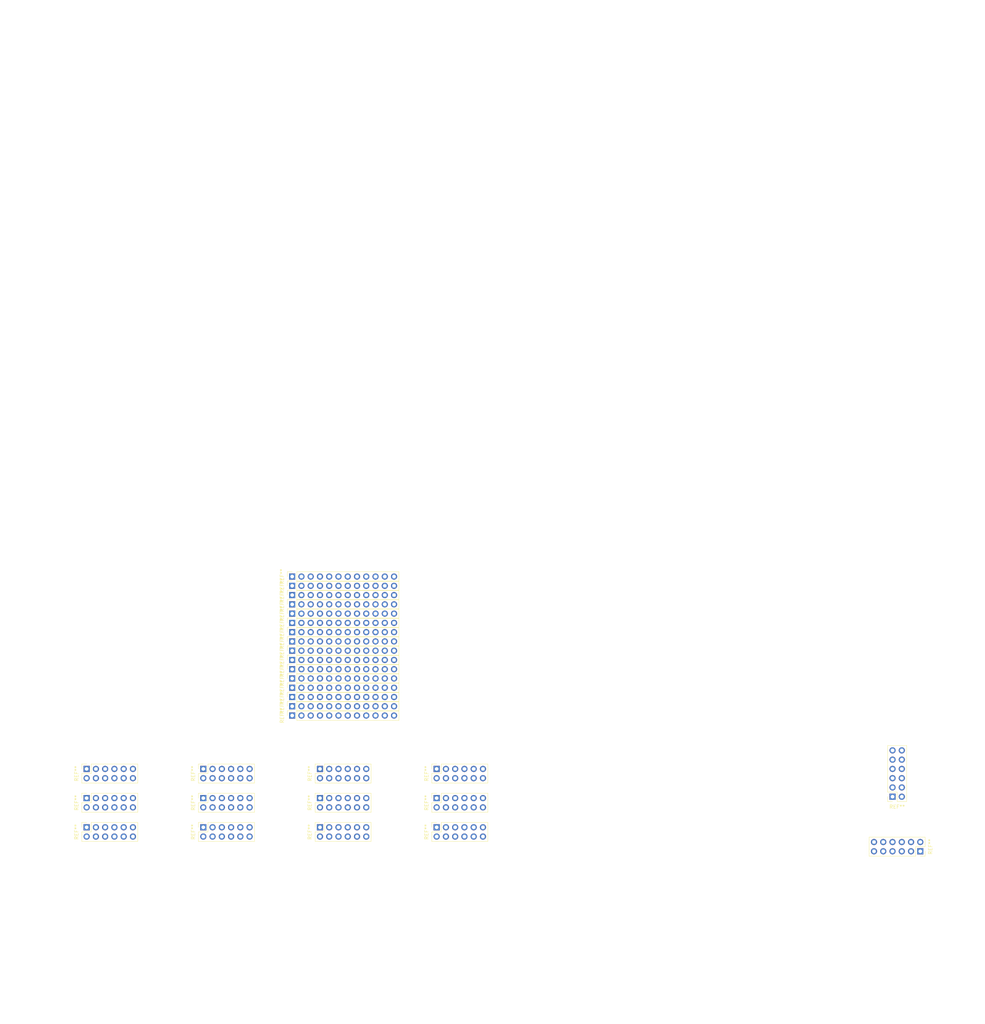
<source format=kicad_pcb>
(kicad_pcb (version 20211014) (generator pcbnew)
  (layers (0 "F.Cu" signal) (31 "B.Cu" signal) (34 "B.Paste" user) (35 "F.Paste" user) (36 "B.SilkS" user "B.Silkscreen") (37 "F.SilkS" user "F.Silkscreen") (38 "B.Mask" user) (39 "F.Mask" user) (44 "Edge.Cuts" user))
  (net 0 "")
  (footprint "Connector_PinSocket_2.54mm:PinSocket_2x06_P2.54mm_Vertical" (layer "F.Cu") (at 97.675 99.71 90)
    (fp_text reference "REF**" (at -1.27 -2.77 90) (layer "F.SilkS"))
    (fp_text value "PinSocket_2x06_P2.54mm_Vertical")
    (pad "1" thru_hole rect (at 0 0 90) (size 1.7 1.7) (drill 1) (layers *.Cu *.Mask))
    (pad "2" thru_hole oval (at -2.54 0 90) (size 1.7 1.7) (drill 1) (layers *.Cu *.Mask))
    (pad "3" thru_hole oval (at 0 2.54 90) (size 1.7 1.7) (drill 1) (layers *.Cu *.Mask))
    (pad "4" thru_hole oval (at -2.54 2.54 90) (size 1.7 1.7) (drill 1) (layers *.Cu *.Mask))
    (pad "5" thru_hole oval (at 0 5.08 90) (size 1.7 1.7) (drill 1) (layers *.Cu *.Mask))
    (pad "6" thru_hole oval (at -2.54 5.08 90) (size 1.7 1.7) (drill 1) (layers *.Cu *.Mask))
    (pad "7" thru_hole oval (at 0 7.62 90) (size 1.7 1.7) (drill 1) (layers *.Cu *.Mask))
    (pad "8" thru_hole oval (at -2.54 7.62 90) (size 1.7 1.7) (drill 1) (layers *.Cu *.Mask))
    (pad "9" thru_hole oval (at 0 10.16 90) (size 1.7 1.7) (drill 1) (layers *.Cu *.Mask))
    (pad "10" thru_hole oval (at -2.54 10.16 90) (size 1.7 1.7) (drill 1) (layers *.Cu *.Mask))
    (pad "11" thru_hole oval (at 0 12.7 90) (size 1.7 1.7) (drill 1) (layers *.Cu *.Mask))
    (pad "12" thru_hole oval (at -2.54 12.7 90) (size 1.7 1.7) (drill 1) (layers *.Cu *.Mask))
  )
  (footprint "Connector_PinSocket_2.54mm:PinSocket_2x06_P2.54mm_Vertical" (layer "F.Cu") (at 33.675 83.71 90)
    (fp_text reference "REF**" (at -1.27 -2.77 90) (layer "F.SilkS"))
    (fp_text value "PinSocket_2x06_P2.54mm_Vertical")
    (pad "1" thru_hole rect (at 0 0 90) (size 1.7 1.7) (drill 1) (layers *.Cu *.Mask))
    (pad "2" thru_hole oval (at -2.54 0 90) (size 1.7 1.7) (drill 1) (layers *.Cu *.Mask))
    (pad "3" thru_hole oval (at 0 2.54 90) (size 1.7 1.7) (drill 1) (layers *.Cu *.Mask))
    (pad "4" thru_hole oval (at -2.54 2.54 90) (size 1.7 1.7) (drill 1) (layers *.Cu *.Mask))
    (pad "5" thru_hole oval (at 0 5.08 90) (size 1.7 1.7) (drill 1) (layers *.Cu *.Mask))
    (pad "6" thru_hole oval (at -2.54 5.08 90) (size 1.7 1.7) (drill 1) (layers *.Cu *.Mask))
    (pad "7" thru_hole oval (at 0 7.62 90) (size 1.7 1.7) (drill 1) (layers *.Cu *.Mask))
    (pad "8" thru_hole oval (at -2.54 7.62 90) (size 1.7 1.7) (drill 1) (layers *.Cu *.Mask))
    (pad "9" thru_hole oval (at 0 10.16 90) (size 1.7 1.7) (drill 1) (layers *.Cu *.Mask))
    (pad "10" thru_hole oval (at -2.54 10.16 90) (size 1.7 1.7) (drill 1) (layers *.Cu *.Mask))
    (pad "11" thru_hole oval (at 0 12.7 90) (size 1.7 1.7) (drill 1) (layers *.Cu *.Mask))
    (pad "12" thru_hole oval (at -2.54 12.7 90) (size 1.7 1.7) (drill 1) (layers *.Cu *.Mask))
  )
  (footprint "Connector_PinSocket_2.54mm:PinSocket_1x12_P2.54mm_Vertical" (layer "F.Cu") (at 90.05 38.595 90)
    (fp_text reference "REF**" (at 0 -2.77 90) (layer "F.SilkS"))
    (fp_text value "PinSocket_1x12_P2.54mm_Vertical")
    (pad "1" thru_hole rect (at 0 0 90) (size 1.7 1.7) (drill 1) (layers *.Cu *.Mask))
    (pad "2" thru_hole oval (at 0 2.54 90) (size 1.7 1.7) (drill 1) (layers *.Cu *.Mask))
    (pad "3" thru_hole oval (at 0 5.08 90) (size 1.7 1.7) (drill 1) (layers *.Cu *.Mask))
    (pad "4" thru_hole oval (at 0 7.62 90) (size 1.7 1.7) (drill 1) (layers *.Cu *.Mask))
    (pad "5" thru_hole oval (at 0 10.16 90) (size 1.7 1.7) (drill 1) (layers *.Cu *.Mask))
    (pad "6" thru_hole oval (at 0 12.7 90) (size 1.7 1.7) (drill 1) (layers *.Cu *.Mask))
    (pad "7" thru_hole oval (at 0 15.24 90) (size 1.7 1.7) (drill 1) (layers *.Cu *.Mask))
    (pad "8" thru_hole oval (at 0 17.78 90) (size 1.7 1.7) (drill 1) (layers *.Cu *.Mask))
    (pad "9" thru_hole oval (at 0 20.32 90) (size 1.7 1.7) (drill 1) (layers *.Cu *.Mask))
    (pad "10" thru_hole oval (at 0 22.86 90) (size 1.7 1.7) (drill 1) (layers *.Cu *.Mask))
    (pad "11" thru_hole oval (at 0 25.4 90) (size 1.7 1.7) (drill 1) (layers *.Cu *.Mask))
    (pad "12" thru_hole oval (at 0 27.94 90) (size 1.7 1.7) (drill 1) (layers *.Cu *.Mask))
  )
  (footprint "Connector_PinSocket_2.54mm:PinSocket_2x06_P2.54mm_Vertical" (layer "F.Cu") (at 97.675 91.71 90)
    (fp_text reference "REF**" (at -1.27 -2.77 90) (layer "F.SilkS"))
    (fp_text value "PinSocket_2x06_P2.54mm_Vertical")
    (pad "1" thru_hole rect (at 0 0 90) (size 1.7 1.7) (drill 1) (layers *.Cu *.Mask))
    (pad "2" thru_hole oval (at -2.54 0 90) (size 1.7 1.7) (drill 1) (layers *.Cu *.Mask))
    (pad "3" thru_hole oval (at 0 2.54 90) (size 1.7 1.7) (drill 1) (layers *.Cu *.Mask))
    (pad "4" thru_hole oval (at -2.54 2.54 90) (size 1.7 1.7) (drill 1) (layers *.Cu *.Mask))
    (pad "5" thru_hole oval (at 0 5.08 90) (size 1.7 1.7) (drill 1) (layers *.Cu *.Mask))
    (pad "6" thru_hole oval (at -2.54 5.08 90) (size 1.7 1.7) (drill 1) (layers *.Cu *.Mask))
    (pad "7" thru_hole oval (at 0 7.62 90) (size 1.7 1.7) (drill 1) (layers *.Cu *.Mask))
    (pad "8" thru_hole oval (at -2.54 7.62 90) (size 1.7 1.7) (drill 1) (layers *.Cu *.Mask))
    (pad "9" thru_hole oval (at 0 10.16 90) (size 1.7 1.7) (drill 1) (layers *.Cu *.Mask))
    (pad "10" thru_hole oval (at -2.54 10.16 90) (size 1.7 1.7) (drill 1) (layers *.Cu *.Mask))
    (pad "11" thru_hole oval (at 0 12.7 90) (size 1.7 1.7) (drill 1) (layers *.Cu *.Mask))
    (pad "12" thru_hole oval (at -2.54 12.7 90) (size 1.7 1.7) (drill 1) (layers *.Cu *.Mask))
  )
  (footprint "Connector_PinSocket_2.54mm:PinSocket_1x12_P2.54mm_Vertical" (layer "F.Cu") (at 90.05 33.515 90)
    (fp_text reference "REF**" (at 0 -2.77 90) (layer "F.SilkS"))
    (fp_text value "PinSocket_1x12_P2.54mm_Vertical")
    (pad "1" thru_hole rect (at 0 0 90) (size 1.7 1.7) (drill 1) (layers *.Cu *.Mask))
    (pad "2" thru_hole oval (at 0 2.54 90) (size 1.7 1.7) (drill 1) (layers *.Cu *.Mask))
    (pad "3" thru_hole oval (at 0 5.08 90) (size 1.7 1.7) (drill 1) (layers *.Cu *.Mask))
    (pad "4" thru_hole oval (at 0 7.62 90) (size 1.7 1.7) (drill 1) (layers *.Cu *.Mask))
    (pad "5" thru_hole oval (at 0 10.16 90) (size 1.7 1.7) (drill 1) (layers *.Cu *.Mask))
    (pad "6" thru_hole oval (at 0 12.7 90) (size 1.7 1.7) (drill 1) (layers *.Cu *.Mask))
    (pad "7" thru_hole oval (at 0 15.24 90) (size 1.7 1.7) (drill 1) (layers *.Cu *.Mask))
    (pad "8" thru_hole oval (at 0 17.78 90) (size 1.7 1.7) (drill 1) (layers *.Cu *.Mask))
    (pad "9" thru_hole oval (at 0 20.32 90) (size 1.7 1.7) (drill 1) (layers *.Cu *.Mask))
    (pad "10" thru_hole oval (at 0 22.86 90) (size 1.7 1.7) (drill 1) (layers *.Cu *.Mask))
    (pad "11" thru_hole oval (at 0 25.4 90) (size 1.7 1.7) (drill 1) (layers *.Cu *.Mask))
    (pad "12" thru_hole oval (at 0 27.94 90) (size 1.7 1.7) (drill 1) (layers *.Cu *.Mask))
  )
  (footprint "Connector_PinSocket_2.54mm:PinSocket_2x06_P2.54mm_Vertical" (layer "F.Cu") (at 65.675 91.71 90)
    (fp_text reference "REF**" (at -1.27 -2.77 90) (layer "F.SilkS"))
    (fp_text value "PinSocket_2x06_P2.54mm_Vertical")
    (pad "1" thru_hole rect (at 0 0 90) (size 1.7 1.7) (drill 1) (layers *.Cu *.Mask))
    (pad "2" thru_hole oval (at -2.54 0 90) (size 1.7 1.7) (drill 1) (layers *.Cu *.Mask))
    (pad "3" thru_hole oval (at 0 2.54 90) (size 1.7 1.7) (drill 1) (layers *.Cu *.Mask))
    (pad "4" thru_hole oval (at -2.54 2.54 90) (size 1.7 1.7) (drill 1) (layers *.Cu *.Mask))
    (pad "5" thru_hole oval (at 0 5.08 90) (size 1.7 1.7) (drill 1) (layers *.Cu *.Mask))
    (pad "6" thru_hole oval (at -2.54 5.08 90) (size 1.7 1.7) (drill 1) (layers *.Cu *.Mask))
    (pad "7" thru_hole oval (at 0 7.62 90) (size 1.7 1.7) (drill 1) (layers *.Cu *.Mask))
    (pad "8" thru_hole oval (at -2.54 7.62 90) (size 1.7 1.7) (drill 1) (layers *.Cu *.Mask))
    (pad "9" thru_hole oval (at 0 10.16 90) (size 1.7 1.7) (drill 1) (layers *.Cu *.Mask))
    (pad "10" thru_hole oval (at -2.54 10.16 90) (size 1.7 1.7) (drill 1) (layers *.Cu *.Mask))
    (pad "11" thru_hole oval (at 0 12.7 90) (size 1.7 1.7) (drill 1) (layers *.Cu *.Mask))
    (pad "12" thru_hole oval (at -2.54 12.7 90) (size 1.7 1.7) (drill 1) (layers *.Cu *.Mask))
  )
  (footprint "Connector_PinSocket_2.54mm:PinSocket_2x06_P2.54mm_Vertical" (layer "F.Cu") (at 254.71 91.325 180)
    (fp_text reference "REF**" (at -1.27 -2.77) (layer "F.SilkS"))
    (fp_text value "PinSocket_2x06_P2.54mm_Vertical")
    (pad "1" thru_hole rect (at 0 0 180) (size 1.7 1.7) (drill 1) (layers *.Cu *.Mask))
    (pad "2" thru_hole oval (at -2.54 0 180) (size 1.7 1.7) (drill 1) (layers *.Cu *.Mask))
    (pad "3" thru_hole oval (at 0 2.54 180) (size 1.7 1.7) (drill 1) (layers *.Cu *.Mask))
    (pad "4" thru_hole oval (at -2.54 2.54 180) (size 1.7 1.7) (drill 1) (layers *.Cu *.Mask))
    (pad "5" thru_hole oval (at 0 5.08 180) (size 1.7 1.7) (drill 1) (layers *.Cu *.Mask))
    (pad "6" thru_hole oval (at -2.54 5.08 180) (size 1.7 1.7) (drill 1) (layers *.Cu *.Mask))
    (pad "7" thru_hole oval (at 0 7.62 180) (size 1.7 1.7) (drill 1) (layers *.Cu *.Mask))
    (pad "8" thru_hole oval (at -2.54 7.62 180) (size 1.7 1.7) (drill 1) (layers *.Cu *.Mask))
    (pad "9" thru_hole oval (at 0 10.16 180) (size 1.7 1.7) (drill 1) (layers *.Cu *.Mask))
    (pad "10" thru_hole oval (at -2.54 10.16 180) (size 1.7 1.7) (drill 1) (layers *.Cu *.Mask))
    (pad "11" thru_hole oval (at 0 12.7 180) (size 1.7 1.7) (drill 1) (layers *.Cu *.Mask))
    (pad "12" thru_hole oval (at -2.54 12.7 180) (size 1.7 1.7) (drill 1) (layers *.Cu *.Mask))
  )
  (footprint "Connector_PinSocket_2.54mm:PinSocket_2x06_P2.54mm_Vertical" (layer "F.Cu") (at 65.675 83.71 90)
    (fp_text reference "REF**" (at -1.27 -2.77 90) (layer "F.SilkS"))
    (fp_text value "PinSocket_2x06_P2.54mm_Vertical")
    (pad "1" thru_hole rect (at 0 0 90) (size 1.7 1.7) (drill 1) (layers *.Cu *.Mask))
    (pad "2" thru_hole oval (at -2.54 0 90) (size 1.7 1.7) (drill 1) (layers *.Cu *.Mask))
    (pad "3" thru_hole oval (at 0 2.54 90) (size 1.7 1.7) (drill 1) (layers *.Cu *.Mask))
    (pad "4" thru_hole oval (at -2.54 2.54 90) (size 1.7 1.7) (drill 1) (layers *.Cu *.Mask))
    (pad "5" thru_hole oval (at 0 5.08 90) (size 1.7 1.7) (drill 1) (layers *.Cu *.Mask))
    (pad "6" thru_hole oval (at -2.54 5.08 90) (size 1.7 1.7) (drill 1) (layers *.Cu *.Mask))
    (pad "7" thru_hole oval (at 0 7.62 90) (size 1.7 1.7) (drill 1) (layers *.Cu *.Mask))
    (pad "8" thru_hole oval (at -2.54 7.62 90) (size 1.7 1.7) (drill 1) (layers *.Cu *.Mask))
    (pad "9" thru_hole oval (at 0 10.16 90) (size 1.7 1.7) (drill 1) (layers *.Cu *.Mask))
    (pad "10" thru_hole oval (at -2.54 10.16 90) (size 1.7 1.7) (drill 1) (layers *.Cu *.Mask))
    (pad "11" thru_hole oval (at 0 12.7 90) (size 1.7 1.7) (drill 1) (layers *.Cu *.Mask))
    (pad "12" thru_hole oval (at -2.54 12.7 90) (size 1.7 1.7) (drill 1) (layers *.Cu *.Mask))
  )
  (footprint "Connector_PinSocket_2.54mm:PinSocket_2x06_P2.54mm_Vertical" (layer "F.Cu") (at 129.675 91.71 90)
    (fp_text reference "REF**" (at -1.27 -2.77 90) (layer "F.SilkS"))
    (fp_text value "PinSocket_2x06_P2.54mm_Vertical")
    (pad "1" thru_hole rect (at 0 0 90) (size 1.7 1.7) (drill 1) (layers *.Cu *.Mask))
    (pad "2" thru_hole oval (at -2.54 0 90) (size 1.7 1.7) (drill 1) (layers *.Cu *.Mask))
    (pad "3" thru_hole oval (at 0 2.54 90) (size 1.7 1.7) (drill 1) (layers *.Cu *.Mask))
    (pad "4" thru_hole oval (at -2.54 2.54 90) (size 1.7 1.7) (drill 1) (layers *.Cu *.Mask))
    (pad "5" thru_hole oval (at 0 5.08 90) (size 1.7 1.7) (drill 1) (layers *.Cu *.Mask))
    (pad "6" thru_hole oval (at -2.54 5.08 90) (size 1.7 1.7) (drill 1) (layers *.Cu *.Mask))
    (pad "7" thru_hole oval (at 0 7.62 90) (size 1.7 1.7) (drill 1) (layers *.Cu *.Mask))
    (pad "8" thru_hole oval (at -2.54 7.62 90) (size 1.7 1.7) (drill 1) (layers *.Cu *.Mask))
    (pad "9" thru_hole oval (at 0 10.16 90) (size 1.7 1.7) (drill 1) (layers *.Cu *.Mask))
    (pad "10" thru_hole oval (at -2.54 10.16 90) (size 1.7 1.7) (drill 1) (layers *.Cu *.Mask))
    (pad "11" thru_hole oval (at 0 12.7 90) (size 1.7 1.7) (drill 1) (layers *.Cu *.Mask))
    (pad "12" thru_hole oval (at -2.54 12.7 90) (size 1.7 1.7) (drill 1) (layers *.Cu *.Mask))
  )
  (footprint "Connector_PinSocket_2.54mm:PinSocket_2x06_P2.54mm_Vertical" (layer "F.Cu") (at 129.675 83.71 90)
    (fp_text reference "REF**" (at -1.27 -2.77 90) (layer "F.SilkS"))
    (fp_text value "PinSocket_2x06_P2.54mm_Vertical")
    (pad "1" thru_hole rect (at 0 0 90) (size 1.7 1.7) (drill 1) (layers *.Cu *.Mask))
    (pad "2" thru_hole oval (at -2.54 0 90) (size 1.7 1.7) (drill 1) (layers *.Cu *.Mask))
    (pad "3" thru_hole oval (at 0 2.54 90) (size 1.7 1.7) (drill 1) (layers *.Cu *.Mask))
    (pad "4" thru_hole oval (at -2.54 2.54 90) (size 1.7 1.7) (drill 1) (layers *.Cu *.Mask))
    (pad "5" thru_hole oval (at 0 5.08 90) (size 1.7 1.7) (drill 1) (layers *.Cu *.Mask))
    (pad "6" thru_hole oval (at -2.54 5.08 90) (size 1.7 1.7) (drill 1) (layers *.Cu *.Mask))
    (pad "7" thru_hole oval (at 0 7.62 90) (size 1.7 1.7) (drill 1) (layers *.Cu *.Mask))
    (pad "8" thru_hole oval (at -2.54 7.62 90) (size 1.7 1.7) (drill 1) (layers *.Cu *.Mask))
    (pad "9" thru_hole oval (at 0 10.16 90) (size 1.7 1.7) (drill 1) (layers *.Cu *.Mask))
    (pad "10" thru_hole oval (at -2.54 10.16 90) (size 1.7 1.7) (drill 1) (layers *.Cu *.Mask))
    (pad "11" thru_hole oval (at 0 12.7 90) (size 1.7 1.7) (drill 1) (layers *.Cu *.Mask))
    (pad "12" thru_hole oval (at -2.54 12.7 90) (size 1.7 1.7) (drill 1) (layers *.Cu *.Mask))
  )
  (footprint "Connector_PinSocket_2.54mm:PinSocket_2x06_P2.54mm_Vertical" (layer "F.Cu") (at 129.675 99.71 90)
    (fp_text reference "REF**" (at -1.27 -2.77 90) (layer "F.SilkS"))
    (fp_text value "PinSocket_2x06_P2.54mm_Vertical")
    (pad "1" thru_hole rect (at 0 0 90) (size 1.7 1.7) (drill 1) (layers *.Cu *.Mask))
    (pad "2" thru_hole oval (at -2.54 0 90) (size 1.7 1.7) (drill 1) (layers *.Cu *.Mask))
    (pad "3" thru_hole oval (at 0 2.54 90) (size 1.7 1.7) (drill 1) (layers *.Cu *.Mask))
    (pad "4" thru_hole oval (at -2.54 2.54 90) (size 1.7 1.7) (drill 1) (layers *.Cu *.Mask))
    (pad "5" thru_hole oval (at 0 5.08 90) (size 1.7 1.7) (drill 1) (layers *.Cu *.Mask))
    (pad "6" thru_hole oval (at -2.54 5.08 90) (size 1.7 1.7) (drill 1) (layers *.Cu *.Mask))
    (pad "7" thru_hole oval (at 0 7.62 90) (size 1.7 1.7) (drill 1) (layers *.Cu *.Mask))
    (pad "8" thru_hole oval (at -2.54 7.62 90) (size 1.7 1.7) (drill 1) (layers *.Cu *.Mask))
    (pad "9" thru_hole oval (at 0 10.16 90) (size 1.7 1.7) (drill 1) (layers *.Cu *.Mask))
    (pad "10" thru_hole oval (at -2.54 10.16 90) (size 1.7 1.7) (drill 1) (layers *.Cu *.Mask))
    (pad "11" thru_hole oval (at 0 12.7 90) (size 1.7 1.7) (drill 1) (layers *.Cu *.Mask))
    (pad "12" thru_hole oval (at -2.54 12.7 90) (size 1.7 1.7) (drill 1) (layers *.Cu *.Mask))
  )
  (footprint "Connector_PinSocket_2.54mm:PinSocket_1x12_P2.54mm_Vertical" (layer "F.Cu") (at 90.05 46.215 90)
    (fp_text reference "REF**" (at 0 -2.77 90) (layer "F.SilkS"))
    (fp_text value "PinSocket_1x12_P2.54mm_Vertical")
    (pad "1" thru_hole rect (at 0 0 90) (size 1.7 1.7) (drill 1) (layers *.Cu *.Mask))
    (pad "2" thru_hole oval (at 0 2.54 90) (size 1.7 1.7) (drill 1) (layers *.Cu *.Mask))
    (pad "3" thru_hole oval (at 0 5.08 90) (size 1.7 1.7) (drill 1) (layers *.Cu *.Mask))
    (pad "4" thru_hole oval (at 0 7.62 90) (size 1.7 1.7) (drill 1) (layers *.Cu *.Mask))
    (pad "5" thru_hole oval (at 0 10.16 90) (size 1.7 1.7) (drill 1) (layers *.Cu *.Mask))
    (pad "6" thru_hole oval (at 0 12.7 90) (size 1.7 1.7) (drill 1) (layers *.Cu *.Mask))
    (pad "7" thru_hole oval (at 0 15.24 90) (size 1.7 1.7) (drill 1) (layers *.Cu *.Mask))
    (pad "8" thru_hole oval (at 0 17.78 90) (size 1.7 1.7) (drill 1) (layers *.Cu *.Mask))
    (pad "9" thru_hole oval (at 0 20.32 90) (size 1.7 1.7) (drill 1) (layers *.Cu *.Mask))
    (pad "10" thru_hole oval (at 0 22.86 90) (size 1.7 1.7) (drill 1) (layers *.Cu *.Mask))
    (pad "11" thru_hole oval (at 0 25.4 90) (size 1.7 1.7) (drill 1) (layers *.Cu *.Mask))
    (pad "12" thru_hole oval (at 0 27.94 90) (size 1.7 1.7) (drill 1) (layers *.Cu *.Mask))
  )
  (footprint "Connector_PinSocket_2.54mm:PinSocket_2x06_P2.54mm_Vertical" (layer "F.Cu") (at 33.675 99.71 90)
    (fp_text reference "REF**" (at -1.27 -2.77 90) (layer "F.SilkS"))
    (fp_text value "PinSocket_2x06_P2.54mm_Vertical")
    (pad "1" thru_hole rect (at 0 0 90) (size 1.7 1.7) (drill 1) (layers *.Cu *.Mask))
    (pad "2" thru_hole oval (at -2.54 0 90) (size 1.7 1.7) (drill 1) (layers *.Cu *.Mask))
    (pad "3" thru_hole oval (at 0 2.54 90) (size 1.7 1.7) (drill 1) (layers *.Cu *.Mask))
    (pad "4" thru_hole oval (at -2.54 2.54 90) (size 1.7 1.7) (drill 1) (layers *.Cu *.Mask))
    (pad "5" thru_hole oval (at 0 5.08 90) (size 1.7 1.7) (drill 1) (layers *.Cu *.Mask))
    (pad "6" thru_hole oval (at -2.54 5.08 90) (size 1.7 1.7) (drill 1) (layers *.Cu *.Mask))
    (pad "7" thru_hole oval (at 0 7.62 90) (size 1.7 1.7) (drill 1) (layers *.Cu *.Mask))
    (pad "8" thru_hole oval (at -2.54 7.62 90) (size 1.7 1.7) (drill 1) (layers *.Cu *.Mask))
    (pad "9" thru_hole oval (at 0 10.16 90) (size 1.7 1.7) (drill 1) (layers *.Cu *.Mask))
    (pad "10" thru_hole oval (at -2.54 10.16 90) (size 1.7 1.7) (drill 1) (layers *.Cu *.Mask))
    (pad "11" thru_hole oval (at 0 12.7 90) (size 1.7 1.7) (drill 1) (layers *.Cu *.Mask))
    (pad "12" thru_hole oval (at -2.54 12.7 90) (size 1.7 1.7) (drill 1) (layers *.Cu *.Mask))
  )
  (footprint "Connector_PinSocket_2.54mm:PinSocket_1x12_P2.54mm_Vertical" (layer "F.Cu") (at 90.05 30.975 90)
    (fp_text reference "REF**" (at 0 -2.77 90) (layer "F.SilkS"))
    (fp_text value "PinSocket_1x12_P2.54mm_Vertical")
    (pad "1" thru_hole rect (at 0 0 90) (size 1.7 1.7) (drill 1) (layers *.Cu *.Mask))
    (pad "2" thru_hole oval (at 0 2.54 90) (size 1.7 1.7) (drill 1) (layers *.Cu *.Mask))
    (pad "3" thru_hole oval (at 0 5.08 90) (size 1.7 1.7) (drill 1) (layers *.Cu *.Mask))
    (pad "4" thru_hole oval (at 0 7.62 90) (size 1.7 1.7) (drill 1) (layers *.Cu *.Mask))
    (pad "5" thru_hole oval (at 0 10.16 90) (size 1.7 1.7) (drill 1) (layers *.Cu *.Mask))
    (pad "6" thru_hole oval (at 0 12.7 90) (size 1.7 1.7) (drill 1) (layers *.Cu *.Mask))
    (pad "7" thru_hole oval (at 0 15.24 90) (size 1.7 1.7) (drill 1) (layers *.Cu *.Mask))
    (pad "8" thru_hole oval (at 0 17.78 90) (size 1.7 1.7) (drill 1) (layers *.Cu *.Mask))
    (pad "9" thru_hole oval (at 0 20.32 90) (size 1.7 1.7) (drill 1) (layers *.Cu *.Mask))
    (pad "10" thru_hole oval (at 0 22.86 90) (size 1.7 1.7) (drill 1) (layers *.Cu *.Mask))
    (pad "11" thru_hole oval (at 0 25.4 90) (size 1.7 1.7) (drill 1) (layers *.Cu *.Mask))
    (pad "12" thru_hole oval (at 0 27.94 90) (size 1.7 1.7) (drill 1) (layers *.Cu *.Mask))
  )
  (footprint "Connector_PinSocket_2.54mm:PinSocket_2x06_P2.54mm_Vertical" (layer "F.Cu") (at 33.675 91.71 90)
    (fp_text reference "REF**" (at -1.27 -2.77 90) (layer "F.SilkS"))
    (fp_text value "PinSocket_2x06_P2.54mm_Vertical")
    (pad "1" thru_hole rect (at 0 0 90) (size 1.7 1.7) (drill 1) (layers *.Cu *.Mask))
    (pad "2" thru_hole oval (at -2.54 0 90) (size 1.7 1.7) (drill 1) (layers *.Cu *.Mask))
    (pad "3" thru_hole oval (at 0 2.54 90) (size 1.7 1.7) (drill 1) (layers *.Cu *.Mask))
    (pad "4" thru_hole oval (at -2.54 2.54 90) (size 1.7 1.7) (drill 1) (layers *.Cu *.Mask))
    (pad "5" thru_hole oval (at 0 5.08 90) (size 1.7 1.7) (drill 1) (layers *.Cu *.Mask))
    (pad "6" thru_hole oval (at -2.54 5.08 90) (size 1.7 1.7) (drill 1) (layers *.Cu *.Mask))
    (pad "7" thru_hole oval (at 0 7.62 90) (size 1.7 1.7) (drill 1) (layers *.Cu *.Mask))
    (pad "8" thru_hole oval (at -2.54 7.62 90) (size 1.7 1.7) (drill 1) (layers *.Cu *.Mask))
    (pad "9" thru_hole oval (at 0 10.16 90) (size 1.7 1.7) (drill 1) (layers *.Cu *.Mask))
    (pad "10" thru_hole oval (at -2.54 10.16 90) (size 1.7 1.7) (drill 1) (layers *.Cu *.Mask))
    (pad "11" thru_hole oval (at 0 12.7 90) (size 1.7 1.7) (drill 1) (layers *.Cu *.Mask))
    (pad "12" thru_hole oval (at -2.54 12.7 90) (size 1.7 1.7) (drill 1) (layers *.Cu *.Mask))
  )
  (footprint "Connector_PinSocket_2.54mm:PinSocket_1x12_P2.54mm_Vertical" (layer "F.Cu") (at 90.05 56.375 90)
    (fp_text reference "REF**" (at 0 -2.77 90) (layer "F.SilkS"))
    (fp_text value "PinSocket_1x12_P2.54mm_Vertical")
    (pad "1" thru_hole rect (at 0 0 90) (size 1.7 1.7) (drill 1) (layers *.Cu *.Mask))
    (pad "2" thru_hole oval (at 0 2.54 90) (size 1.7 1.7) (drill 1) (layers *.Cu *.Mask))
    (pad "3" thru_hole oval (at 0 5.08 90) (size 1.7 1.7) (drill 1) (layers *.Cu *.Mask))
    (pad "4" thru_hole oval (at 0 7.62 90) (size 1.7 1.7) (drill 1) (layers *.Cu *.Mask))
    (pad "5" thru_hole oval (at 0 10.16 90) (size 1.7 1.7) (drill 1) (layers *.Cu *.Mask))
    (pad "6" thru_hole oval (at 0 12.7 90) (size 1.7 1.7) (drill 1) (layers *.Cu *.Mask))
    (pad "7" thru_hole oval (at 0 15.24 90) (size 1.7 1.7) (drill 1) (layers *.Cu *.Mask))
    (pad "8" thru_hole oval (at 0 17.78 90) (size 1.7 1.7) (drill 1) (layers *.Cu *.Mask))
    (pad "9" thru_hole oval (at 0 20.32 90) (size 1.7 1.7) (drill 1) (layers *.Cu *.Mask))
    (pad "10" thru_hole oval (at 0 22.86 90) (size 1.7 1.7) (drill 1) (layers *.Cu *.Mask))
    (pad "11" thru_hole oval (at 0 25.4 90) (size 1.7 1.7) (drill 1) (layers *.Cu *.Mask))
    (pad "12" thru_hole oval (at 0 27.94 90) (size 1.7 1.7) (drill 1) (layers *.Cu *.Mask))
  )
  (footprint "Connector_PinSocket_2.54mm:PinSocket_1x12_P2.54mm_Vertical" (layer "F.Cu") (at 90.05 51.295 90)
    (fp_text reference "REF**" (at 0 -2.77 90) (layer "F.SilkS"))
    (fp_text value "PinSocket_1x12_P2.54mm_Vertical")
    (pad "1" thru_hole rect (at 0 0 90) (size 1.7 1.7) (drill 1) (layers *.Cu *.Mask))
    (pad "2" thru_hole oval (at 0 2.54 90) (size 1.7 1.7) (drill 1) (layers *.Cu *.Mask))
    (pad "3" thru_hole oval (at 0 5.08 90) (size 1.7 1.7) (drill 1) (layers *.Cu *.Mask))
    (pad "4" thru_hole oval (at 0 7.62 90) (size 1.7 1.7) (drill 1) (layers *.Cu *.Mask))
    (pad "5" thru_hole oval (at 0 10.16 90) (size 1.7 1.7) (drill 1) (layers *.Cu *.Mask))
    (pad "6" thru_hole oval (at 0 12.7 90) (size 1.7 1.7) (drill 1) (layers *.Cu *.Mask))
    (pad "7" thru_hole oval (at 0 15.24 90) (size 1.7 1.7) (drill 1) (layers *.Cu *.Mask))
    (pad "8" thru_hole oval (at 0 17.78 90) (size 1.7 1.7) (drill 1) (layers *.Cu *.Mask))
    (pad "9" thru_hole oval (at 0 20.32 90) (size 1.7 1.7) (drill 1) (layers *.Cu *.Mask))
    (pad "10" thru_hole oval (at 0 22.86 90) (size 1.7 1.7) (drill 1) (layers *.Cu *.Mask))
    (pad "11" thru_hole oval (at 0 25.4 90) (size 1.7 1.7) (drill 1) (layers *.Cu *.Mask))
    (pad "12" thru_hole oval (at 0 27.94 90) (size 1.7 1.7) (drill 1) (layers *.Cu *.Mask))
  )
  (footprint "Connector_PinSocket_2.54mm:PinSocket_1x12_P2.54mm_Vertical" (layer "F.Cu") (at 90.05 58.915 90)
    (fp_text reference "REF**" (at 0 -2.77 90) (layer "F.SilkS"))
    (fp_text value "PinSocket_1x12_P2.54mm_Vertical")
    (pad "1" thru_hole rect (at 0 0 90) (size 1.7 1.7) (drill 1) (layers *.Cu *.Mask))
    (pad "2" thru_hole oval (at 0 2.54 90) (size 1.7 1.7) (drill 1) (layers *.Cu *.Mask))
    (pad "3" thru_hole oval (at 0 5.08 90) (size 1.7 1.7) (drill 1) (layers *.Cu *.Mask))
    (pad "4" thru_hole oval (at 0 7.62 90) (size 1.7 1.7) (drill 1) (layers *.Cu *.Mask))
    (pad "5" thru_hole oval (at 0 10.16 90) (size 1.7 1.7) (drill 1) (layers *.Cu *.Mask))
    (pad "6" thru_hole oval (at 0 12.7 90) (size 1.7 1.7) (drill 1) (layers *.Cu *.Mask))
    (pad "7" thru_hole oval (at 0 15.24 90) (size 1.7 1.7) (drill 1) (layers *.Cu *.Mask))
    (pad "8" thru_hole oval (at 0 17.78 90) (size 1.7 1.7) (drill 1) (layers *.Cu *.Mask))
    (pad "9" thru_hole oval (at 0 20.32 90) (size 1.7 1.7) (drill 1) (layers *.Cu *.Mask))
    (pad "10" thru_hole oval (at 0 22.86 90) (size 1.7 1.7) (drill 1) (layers *.Cu *.Mask))
    (pad "11" thru_hole oval (at 0 25.4 90) (size 1.7 1.7) (drill 1) (layers *.Cu *.Mask))
    (pad "12" thru_hole oval (at 0 27.94 90) (size 1.7 1.7) (drill 1) (layers *.Cu *.Mask))
  )
  (footprint "Connector_PinSocket_2.54mm:PinSocket_1x12_P2.54mm_Vertical" (layer "F.Cu") (at 90.05 61.455 90)
    (fp_text reference "REF**" (at 0 -2.77 90) (layer "F.SilkS"))
    (fp_text value "PinSocket_1x12_P2.54mm_Vertical")
    (pad "1" thru_hole rect (at 0 0 90) (size 1.7 1.7) (drill 1) (layers *.Cu *.Mask))
    (pad "2" thru_hole oval (at 0 2.54 90) (size 1.7 1.7) (drill 1) (layers *.Cu *.Mask))
    (pad "3" thru_hole oval (at 0 5.08 90) (size 1.7 1.7) (drill 1) (layers *.Cu *.Mask))
    (pad "4" thru_hole oval (at 0 7.62 90) (size 1.7 1.7) (drill 1) (layers *.Cu *.Mask))
    (pad "5" thru_hole oval (at 0 10.16 90) (size 1.7 1.7) (drill 1) (layers *.Cu *.Mask))
    (pad "6" thru_hole oval (at 0 12.7 90) (size 1.7 1.7) (drill 1) (layers *.Cu *.Mask))
    (pad "7" thru_hole oval (at 0 15.24 90) (size 1.7 1.7) (drill 1) (layers *.Cu *.Mask))
    (pad "8" thru_hole oval (at 0 17.78 90) (size 1.7 1.7) (drill 1) (layers *.Cu *.Mask))
    (pad "9" thru_hole oval (at 0 20.32 90) (size 1.7 1.7) (drill 1) (layers *.Cu *.Mask))
    (pad "10" thru_hole oval (at 0 22.86 90) (size 1.7 1.7) (drill 1) (layers *.Cu *.Mask))
    (pad "11" thru_hole oval (at 0 25.4 90) (size 1.7 1.7) (drill 1) (layers *.Cu *.Mask))
    (pad "12" thru_hole oval (at 0 27.94 90) (size 1.7 1.7) (drill 1) (layers *.Cu *.Mask))
  )
  (footprint "Connector_PinSocket_2.54mm:PinSocket_1x12_P2.54mm_Vertical" (layer "F.Cu") (at 90.05 36.055 90)
    (fp_text reference "REF**" (at 0 -2.77 90) (layer "F.SilkS"))
    (fp_text value "PinSocket_1x12_P2.54mm_Vertical")
    (pad "1" thru_hole rect (at 0 0 90) (size 1.7 1.7) (drill 1) (layers *.Cu *.Mask))
    (pad "2" thru_hole oval (at 0 2.54 90) (size 1.7 1.7) (drill 1) (layers *.Cu *.Mask))
    (pad "3" thru_hole oval (at 0 5.08 90) (size 1.7 1.7) (drill 1) (layers *.Cu *.Mask))
    (pad "4" thru_hole oval (at 0 7.62 90) (size 1.7 1.7) (drill 1) (layers *.Cu *.Mask))
    (pad "5" thru_hole oval (at 0 10.16 90) (size 1.7 1.7) (drill 1) (layers *.Cu *.Mask))
    (pad "6" thru_hole oval (at 0 12.7 90) (size 1.7 1.7) (drill 1) (layers *.Cu *.Mask))
    (pad "7" thru_hole oval (at 0 15.24 90) (size 1.7 1.7) (drill 1) (layers *.Cu *.Mask))
    (pad "8" thru_hole oval (at 0 17.78 90) (size 1.7 1.7) (drill 1) (layers *.Cu *.Mask))
    (pad "9" thru_hole oval (at 0 20.32 90) (size 1.7 1.7) (drill 1) (layers *.Cu *.Mask))
    (pad "10" thru_hole oval (at 0 22.86 90) (size 1.7 1.7) (drill 1) (layers *.Cu *.Mask))
    (pad "11" thru_hole oval (at 0 25.4 90) (size 1.7 1.7) (drill 1) (layers *.Cu *.Mask))
    (pad "12" thru_hole oval (at 0 27.94 90) (size 1.7 1.7) (drill 1) (layers *.Cu *.Mask))
  )
  (footprint "Connector_PinSocket_2.54mm:PinSocket_2x06_P2.54mm_Vertical" (layer "F.Cu") (at 65.675 99.71 90)
    (fp_text reference "REF**" (at -1.27 -2.77 90) (layer "F.SilkS"))
    (fp_text value "PinSocket_2x06_P2.54mm_Vertical")
    (pad "1" thru_hole rect (at 0 0 90) (size 1.7 1.7) (drill 1) (layers *.Cu *.Mask))
    (pad "2" thru_hole oval (at -2.54 0 90) (size 1.7 1.7) (drill 1) (layers *.Cu *.Mask))
    (pad "3" thru_hole oval (at 0 2.54 90) (size 1.7 1.7) (drill 1) (layers *.Cu *.Mask))
    (pad "4" thru_hole oval (at -2.54 2.54 90) (size 1.7 1.7) (drill 1) (layers *.Cu *.Mask))
    (pad "5" thru_hole oval (at 0 5.08 90) (size 1.7 1.7) (drill 1) (layers *.Cu *.Mask))
    (pad "6" thru_hole oval (at -2.54 5.08 90) (size 1.7 1.7) (drill 1) (layers *.Cu *.Mask))
    (pad "7" thru_hole oval (at 0 7.62 90) (size 1.7 1.7) (drill 1) (layers *.Cu *.Mask))
    (pad "8" thru_hole oval (at -2.54 7.62 90) (size 1.7 1.7) (drill 1) (layers *.Cu *.Mask))
    (pad "9" thru_hole oval (at 0 10.16 90) (size 1.7 1.7) (drill 1) (layers *.Cu *.Mask))
    (pad "10" thru_hole oval (at -2.54 10.16 90) (size 1.7 1.7) (drill 1) (layers *.Cu *.Mask))
    (pad "11" thru_hole oval (at 0 12.7 90) (size 1.7 1.7) (drill 1) (layers *.Cu *.Mask))
    (pad "12" thru_hole oval (at -2.54 12.7 90) (size 1.7 1.7) (drill 1) (layers *.Cu *.Mask))
  )
  (footprint "Connector_PinSocket_2.54mm:PinSocket_1x12_P2.54mm_Vertical" (layer "F.Cu") (at 90.05 63.995 90)
    (fp_text reference "REF**" (at 0 -2.77 90) (layer "F.SilkS"))
    (fp_text value "PinSocket_1x12_P2.54mm_Vertical")
    (pad "1" thru_hole rect (at 0 0 90) (size 1.7 1.7) (drill 1) (layers *.Cu *.Mask))
    (pad "2" thru_hole oval (at 0 2.54 90) (size 1.7 1.7) (drill 1) (layers *.Cu *.Mask))
    (pad "3" thru_hole oval (at 0 5.08 90) (size 1.7 1.7) (drill 1) (layers *.Cu *.Mask))
    (pad "4" thru_hole oval (at 0 7.62 90) (size 1.7 1.7) (drill 1) (layers *.Cu *.Mask))
    (pad "5" thru_hole oval (at 0 10.16 90) (size 1.7 1.7) (drill 1) (layers *.Cu *.Mask))
    (pad "6" thru_hole oval (at 0 12.7 90) (size 1.7 1.7) (drill 1) (layers *.Cu *.Mask))
    (pad "7" thru_hole oval (at 0 15.24 90) (size 1.7 1.7) (drill 1) (layers *.Cu *.Mask))
    (pad "8" thru_hole oval (at 0 17.78 90) (size 1.7 1.7) (drill 1) (layers *.Cu *.Mask))
    (pad "9" thru_hole oval (at 0 20.32 90) (size 1.7 1.7) (drill 1) (layers *.Cu *.Mask))
    (pad "10" thru_hole oval (at 0 22.86 90) (size 1.7 1.7) (drill 1) (layers *.Cu *.Mask))
    (pad "11" thru_hole oval (at 0 25.4 90) (size 1.7 1.7) (drill 1) (layers *.Cu *.Mask))
    (pad "12" thru_hole oval (at 0 27.94 90) (size 1.7 1.7) (drill 1) (layers *.Cu *.Mask))
  )
  (footprint "Connector_PinSocket_2.54mm:PinSocket_1x12_P2.54mm_Vertical" (layer "F.Cu") (at 90.05 53.835 90)
    (fp_text reference "REF**" (at 0 -2.77 90) (layer "F.SilkS"))
    (fp_text value "PinSocket_1x12_P2.54mm_Vertical")
    (pad "1" thru_hole rect (at 0 0 90) (size 1.7 1.7) (drill 1) (layers *.Cu *.Mask))
    (pad "2" thru_hole oval (at 0 2.54 90) (size 1.7 1.7) (drill 1) (layers *.Cu *.Mask))
    (pad "3" thru_hole oval (at 0 5.08 90) (size 1.7 1.7) (drill 1) (layers *.Cu *.Mask))
    (pad "4" thru_hole oval (at 0 7.62 90) (size 1.7 1.7) (drill 1) (layers *.Cu *.Mask))
    (pad "5" thru_hole oval (at 0 10.16 90) (size 1.7 1.7) (drill 1) (layers *.Cu *.Mask))
    (pad "6" thru_hole oval (at 0 12.7 90) (size 1.7 1.7) (drill 1) (layers *.Cu *.Mask))
    (pad "7" thru_hole oval (at 0 15.24 90) (size 1.7 1.7) (drill 1) (layers *.Cu *.Mask))
    (pad "8" thru_hole oval (at 0 17.78 90) (size 1.7 1.7) (drill 1) (layers *.Cu *.Mask))
    (pad "9" thru_hole oval (at 0 20.32 90) (size 1.7 1.7) (drill 1) (layers *.Cu *.Mask))
    (pad "10" thru_hole oval (at 0 22.86 90) (size 1.7 1.7) (drill 1) (layers *.Cu *.Mask))
    (pad "11" thru_hole oval (at 0 25.4 90) (size 1.7 1.7) (drill 1) (layers *.Cu *.Mask))
    (pad "12" thru_hole oval (at 0 27.94 90) (size 1.7 1.7) (drill 1) (layers *.Cu *.Mask))
  )
  (footprint "Connector_PinSocket_2.54mm:PinSocket_1x12_P2.54mm_Vertical" (layer "F.Cu") (at 90.05 48.755 90)
    (fp_text reference "REF**" (at 0 -2.77 90) (layer "F.SilkS"))
    (fp_text value "PinSocket_1x12_P2.54mm_Vertical")
    (pad "1" thru_hole rect (at 0 0 90) (size 1.7 1.7) (drill 1) (layers *.Cu *.Mask))
    (pad "2" thru_hole oval (at 0 2.54 90) (size 1.7 1.7) (drill 1) (layers *.Cu *.Mask))
    (pad "3" thru_hole oval (at 0 5.08 90) (size 1.7 1.7) (drill 1) (layers *.Cu *.Mask))
    (pad "4" thru_hole oval (at 0 7.62 90) (size 1.7 1.7) (drill 1) (layers *.Cu *.Mask))
    (pad "5" thru_hole oval (at 0 10.16 90) (size 1.7 1.7) (drill 1) (layers *.Cu *.Mask))
    (pad "6" thru_hole oval (at 0 12.7 90) (size 1.7 1.7) (drill 1) (layers *.Cu *.Mask))
    (pad "7" thru_hole oval (at 0 15.24 90) (size 1.7 1.7) (drill 1) (layers *.Cu *.Mask))
    (pad "8" thru_hole oval (at 0 17.78 90) (size 1.7 1.7) (drill 1) (layers *.Cu *.Mask))
    (pad "9" thru_hole oval (at 0 20.32 90) (size 1.7 1.7) (drill 1) (layers *.Cu *.Mask))
    (pad "10" thru_hole oval (at 0 22.86 90) (size 1.7 1.7) (drill 1) (layers *.Cu *.Mask))
    (pad "11" thru_hole oval (at 0 25.4 90) (size 1.7 1.7) (drill 1) (layers *.Cu *.Mask))
    (pad "12" thru_hole oval (at 0 27.94 90) (size 1.7 1.7) (drill 1) (layers *.Cu *.Mask))
  )
  (footprint "Connector_PinSocket_2.54mm:PinSocket_1x12_P2.54mm_Vertical" (layer "F.Cu") (at 90.05 43.675 90)
    (fp_text reference "REF**" (at 0 -2.77 90) (layer "F.SilkS"))
    (fp_text value "PinSocket_1x12_P2.54mm_Vertical")
    (pad "1" thru_hole rect (at 0 0 90) (size 1.7 1.7) (drill 1) (layers *.Cu *.Mask))
    (pad "2" thru_hole oval (at 0 2.54 90) (size 1.7 1.7) (drill 1) (layers *.Cu *.Mask))
    (pad "3" thru_hole oval (at 0 5.08 90) (size 1.7 1.7) (drill 1) (layers *.Cu *.Mask))
    (pad "4" thru_hole oval (at 0 7.62 90) (size 1.7 1.7) (drill 1) (layers *.Cu *.Mask))
    (pad "5" thru_hole oval (at 0 10.16 90) (size 1.7 1.7) (drill 1) (layers *.Cu *.Mask))
    (pad "6" thru_hole oval (at 0 12.7 90) (size 1.7 1.7) (drill 1) (layers *.Cu *.Mask))
    (pad "7" thru_hole oval (at 0 15.24 90) (size 1.7 1.7) (drill 1) (layers *.Cu *.Mask))
    (pad "8" thru_hole oval (at 0 17.78 90) (size 1.7 1.7) (drill 1) (layers *.Cu *.Mask))
    (pad "9" thru_hole oval (at 0 20.32 90) (size 1.7 1.7) (drill 1) (layers *.Cu *.Mask))
    (pad "10" thru_hole oval (at 0 22.86 90) (size 1.7 1.7) (drill 1) (layers *.Cu *.Mask))
    (pad "11" thru_hole oval (at 0 25.4 90) (size 1.7 1.7) (drill 1) (layers *.Cu *.Mask))
    (pad "12" thru_hole oval (at 0 27.94 90) (size 1.7 1.7) (drill 1) (layers *.Cu *.Mask))
  )
  (footprint "Connector_PinSocket_2.54mm:PinSocket_1x12_P2.54mm_Vertical" (layer "F.Cu") (at 90.05 66.535 90)
    (fp_text reference "REF**" (at 0 -2.77 90) (layer "F.SilkS"))
    (fp_text value "PinSocket_1x12_P2.54mm_Vertical")
    (pad "1" thru_hole rect (at 0 0 90) (size 1.7 1.7) (drill 1) (layers *.Cu *.Mask))
    (pad "2" thru_hole oval (at 0 2.54 90) (size 1.7 1.7) (drill 1) (layers *.Cu *.Mask))
    (pad "3" thru_hole oval (at 0 5.08 90) (size 1.7 1.7) (drill 1) (layers *.Cu *.Mask))
    (pad "4" thru_hole oval (at 0 7.62 90) (size 1.7 1.7) (drill 1) (layers *.Cu *.Mask))
    (pad "5" thru_hole oval (at 0 10.16 90) (size 1.7 1.7) (drill 1) (layers *.Cu *.Mask))
    (pad "6" thru_hole oval (at 0 12.7 90) (size 1.7 1.7) (drill 1) (layers *.Cu *.Mask))
    (pad "7" thru_hole oval (at 0 15.24 90) (size 1.7 1.7) (drill 1) (layers *.Cu *.Mask))
    (pad "8" thru_hole oval (at 0 17.78 90) (size 1.7 1.7) (drill 1) (layers *.Cu *.Mask))
    (pad "9" thru_hole oval (at 0 20.32 90) (size 1.7 1.7) (drill 1) (layers *.Cu *.Mask))
    (pad "10" thru_hole oval (at 0 22.86 90) (size 1.7 1.7) (drill 1) (layers *.Cu *.Mask))
    (pad "11" thru_hole oval (at 0 25.4 90) (size 1.7 1.7) (drill 1) (layers *.Cu *.Mask))
    (pad "12" thru_hole oval (at 0 27.94 90) (size 1.7 1.7) (drill 1) (layers *.Cu *.Mask))
  )
  (footprint "Connector_PinSocket_2.54mm:PinSocket_1x12_P2.54mm_Vertical" (layer "F.Cu") (at 90.05 41.135 90)
    (fp_text reference "REF**" (at 0 -2.77 90) (layer "F.SilkS"))
    (fp_text value "PinSocket_1x12_P2.54mm_Vertical")
    (pad "1" thru_hole rect (at 0 0 90) (size 1.7 1.7) (drill 1) (layers *.Cu *.Mask))
    (pad "2" thru_hole oval (at 0 2.54 90) (size 1.7 1.7) (drill 1) (layers *.Cu *.Mask))
    (pad "3" thru_hole oval (at 0 5.08 90) (size 1.7 1.7) (drill 1) (layers *.Cu *.Mask))
    (pad "4" thru_hole oval (at 0 7.62 90) (size 1.7 1.7) (drill 1) (layers *.Cu *.Mask))
    (pad "5" thru_hole oval (at 0 10.16 90) (size 1.7 1.7) (drill 1) (layers *.Cu *.Mask))
    (pad "6" thru_hole oval (at 0 12.7 90) (size 1.7 1.7) (drill 1) (layers *.Cu *.Mask))
    (pad "7" thru_hole oval (at 0 15.24 90) (size 1.7 1.7) (drill 1) (layers *.Cu *.Mask))
    (pad "8" thru_hole oval (at 0 17.78 90) (size 1.7 1.7) (drill 1) (layers *.Cu *.Mask))
    (pad "9" thru_hole oval (at 0 20.32 90) (size 1.7 1.7) (drill 1) (layers *.Cu *.Mask))
    (pad "10" thru_hole oval (at 0 22.86 90) (size 1.7 1.7) (drill 1) (layers *.Cu *.Mask))
    (pad "11" thru_hole oval (at 0 25.4 90) (size 1.7 1.7) (drill 1) (layers *.Cu *.Mask))
    (pad "12" thru_hole oval (at 0 27.94 90) (size 1.7 1.7) (drill 1) (layers *.Cu *.Mask))
  )
  (footprint "Connector_PinSocket_2.54mm:PinSocket_1x12_P2.54mm_Vertical" (layer "F.Cu") (at 90.05 69.075 90)
    (fp_text reference "REF**" (at 0 -2.77 90) (layer "F.SilkS"))
    (fp_text value "PinSocket_1x12_P2.54mm_Vertical")
    (pad "1" thru_hole rect (at 0 0 90) (size 1.7 1.7) (drill 1) (layers *.Cu *.Mask))
    (pad "2" thru_hole oval (at 0 2.54 90) (size 1.7 1.7) (drill 1) (layers *.Cu *.Mask))
    (pad "3" thru_hole oval (at 0 5.08 90) (size 1.7 1.7) (drill 1) (layers *.Cu *.Mask))
    (pad "4" thru_hole oval (at 0 7.62 90) (size 1.7 1.7) (drill 1) (layers *.Cu *.Mask))
    (pad "5" thru_hole oval (at 0 10.16 90) (size 1.7 1.7) (drill 1) (layers *.Cu *.Mask))
    (pad "6" thru_hole oval (at 0 12.7 90) (size 1.7 1.7) (drill 1) (layers *.Cu *.Mask))
    (pad "7" thru_hole oval (at 0 15.24 90) (size 1.7 1.7) (drill 1) (layers *.Cu *.Mask))
    (pad "8" thru_hole oval (at 0 17.78 90) (size 1.7 1.7) (drill 1) (layers *.Cu *.Mask))
    (pad "9" thru_hole oval (at 0 20.32 90) (size 1.7 1.7) (drill 1) (layers *.Cu *.Mask))
    (pad "10" thru_hole oval (at 0 22.86 90) (size 1.7 1.7) (drill 1) (layers *.Cu *.Mask))
    (pad "11" thru_hole oval (at 0 25.4 90) (size 1.7 1.7) (drill 1) (layers *.Cu *.Mask))
    (pad "12" thru_hole oval (at 0 27.94 90) (size 1.7 1.7) (drill 1) (layers *.Cu *.Mask))
  )
  (footprint "Connector_PinSocket_2.54mm:PinSocket_2x06_P2.54mm_Vertical" (layer "F.Cu") (at 97.675 83.71 90)
    (fp_text reference "REF**" (at -1.27 -2.77 90) (layer "F.SilkS"))
    (fp_text value "PinSocket_2x06_P2.54mm_Vertical")
    (pad "1" thru_hole rect (at 0 0 90) (size 1.7 1.7) (drill 1) (layers *.Cu *.Mask))
    (pad "2" thru_hole oval (at -2.54 0 90) (size 1.7 1.7) (drill 1) (layers *.Cu *.Mask))
    (pad "3" thru_hole oval (at 0 2.54 90) (size 1.7 1.7) (drill 1) (layers *.Cu *.Mask))
    (pad "4" thru_hole oval (at -2.54 2.54 90) (size 1.7 1.7) (drill 1) (layers *.Cu *.Mask))
    (pad "5" thru_hole oval (at 0 5.08 90) (size 1.7 1.7) (drill 1) (layers *.Cu *.Mask))
    (pad "6" thru_hole oval (at -2.54 5.08 90) (size 1.7 1.7) (drill 1) (layers *.Cu *.Mask))
    (pad "7" thru_hole oval (at 0 7.62 90) (size 1.7 1.7) (drill 1) (layers *.Cu *.Mask))
    (pad "8" thru_hole oval (at -2.54 7.62 90) (size 1.7 1.7) (drill 1) (layers *.Cu *.Mask))
    (pad "9" thru_hole oval (at 0 10.16 90) (size 1.7 1.7) (drill 1) (layers *.Cu *.Mask))
    (pad "10" thru_hole oval (at -2.54 10.16 90) (size 1.7 1.7) (drill 1) (layers *.Cu *.Mask))
    (pad "11" thru_hole oval (at 0 12.7 90) (size 1.7 1.7) (drill 1) (layers *.Cu *.Mask))
    (pad "12" thru_hole oval (at -2.54 12.7 90) (size 1.7 1.7) (drill 1) (layers *.Cu *.Mask))
  )
  (footprint "Connector_PinSocket_2.54mm:PinSocket_2x06_P2.54mm_Vertical" (layer "F.Cu") (at 262.325 106.29 -90)
    (fp_text reference "REF**" (at -1.27 -2.77 90) (layer "F.SilkS"))
    (fp_text value "PinSocket_2x06_P2.54mm_Vertical")
    (pad "1" thru_hole rect (at 0 0 270) (size 1.7 1.7) (drill 1) (layers *.Cu *.Mask))
    (pad "2" thru_hole oval (at -2.54 0 270) (size 1.7 1.7) (drill 1) (layers *.Cu *.Mask))
    (pad "3" thru_hole oval (at 0 2.54 270) (size 1.7 1.7) (drill 1) (layers *.Cu *.Mask))
    (pad "4" thru_hole oval (at -2.54 2.54 270) (size 1.7 1.7) (drill 1) (layers *.Cu *.Mask))
    (pad "5" thru_hole oval (at 0 5.08 270) (size 1.7 1.7) (drill 1) (layers *.Cu *.Mask))
    (pad "6" thru_hole oval (at -2.54 5.08 270) (size 1.7 1.7) (drill 1) (layers *.Cu *.Mask))
    (pad "7" thru_hole oval (at 0 7.62 270) (size 1.7 1.7) (drill 1) (layers *.Cu *.Mask))
    (pad "8" thru_hole oval (at -2.54 7.62 270) (size 1.7 1.7) (drill 1) (layers *.Cu *.Mask))
    (pad "9" thru_hole oval (at 0 10.16 270) (size 1.7 1.7) (drill 1) (layers *.Cu *.Mask))
    (pad "10" thru_hole oval (at -2.54 10.16 270) (size 1.7 1.7) (drill 1) (layers *.Cu *.Mask))
    (pad "11" thru_hole oval (at 0 12.7 270) (size 1.7 1.7) (drill 1) (layers *.Cu *.Mask))
    (pad "12" thru_hole oval (at -2.54 12.7 270) (size 1.7 1.7) (drill 1) (layers *.Cu *.Mask))
  )
)
</source>
